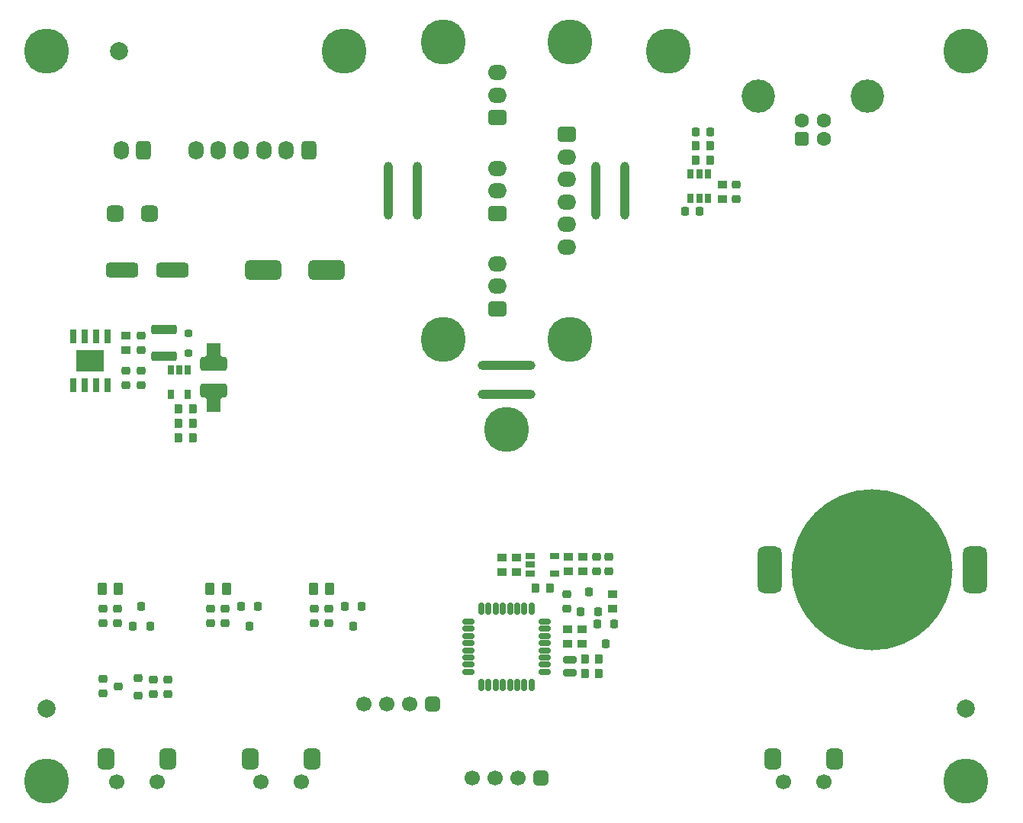
<source format=gts>
G04*
G04 #@! TF.GenerationSoftware,Altium Limited,Altium Designer,20.1.12 (249)*
G04*
G04 Layer_Color=20142*
%FSLAX25Y25*%
%MOIN*%
G70*
G04*
G04 #@! TF.SameCoordinates,1D8D0487-A391-4BDE-A0F4-8CBC614C10EB*
G04*
G04*
G04 #@! TF.FilePolarity,Negative*
G04*
G01*
G75*
%ADD15R,0.03937X0.21260*%
%ADD16R,0.03937X0.21260*%
%ADD17R,0.21260X0.03937*%
%ADD18R,0.21260X0.03937*%
G04:AMPARAMS|DCode=19|XSize=43.31mil|YSize=35.43mil|CornerRadius=9.84mil|HoleSize=0mil|Usage=FLASHONLY|Rotation=0.000|XOffset=0mil|YOffset=0mil|HoleType=Round|Shape=RoundedRectangle|*
%AMROUNDEDRECTD19*
21,1,0.04331,0.01575,0,0,0.0*
21,1,0.02362,0.03543,0,0,0.0*
1,1,0.01968,0.01181,-0.00787*
1,1,0.01968,-0.01181,-0.00787*
1,1,0.01968,-0.01181,0.00787*
1,1,0.01968,0.01181,0.00787*
%
%ADD19ROUNDEDRECTD19*%
G04:AMPARAMS|DCode=20|XSize=51.18mil|YSize=23.62mil|CornerRadius=6.89mil|HoleSize=0mil|Usage=FLASHONLY|Rotation=90.000|XOffset=0mil|YOffset=0mil|HoleType=Round|Shape=RoundedRectangle|*
%AMROUNDEDRECTD20*
21,1,0.05118,0.00984,0,0,90.0*
21,1,0.03740,0.02362,0,0,90.0*
1,1,0.01378,0.00492,0.01870*
1,1,0.01378,0.00492,-0.01870*
1,1,0.01378,-0.00492,-0.01870*
1,1,0.01378,-0.00492,0.01870*
%
%ADD20ROUNDEDRECTD20*%
G04:AMPARAMS|DCode=21|XSize=51.18mil|YSize=23.62mil|CornerRadius=6.89mil|HoleSize=0mil|Usage=FLASHONLY|Rotation=180.000|XOffset=0mil|YOffset=0mil|HoleType=Round|Shape=RoundedRectangle|*
%AMROUNDEDRECTD21*
21,1,0.05118,0.00984,0,0,180.0*
21,1,0.03740,0.02362,0,0,180.0*
1,1,0.01378,-0.01870,0.00492*
1,1,0.01378,0.01870,0.00492*
1,1,0.01378,0.01870,-0.00492*
1,1,0.01378,-0.01870,-0.00492*
%
%ADD21ROUNDEDRECTD21*%
G04:AMPARAMS|DCode=22|XSize=39.37mil|YSize=35.43mil|CornerRadius=9.84mil|HoleSize=0mil|Usage=FLASHONLY|Rotation=270.000|XOffset=0mil|YOffset=0mil|HoleType=Round|Shape=RoundedRectangle|*
%AMROUNDEDRECTD22*
21,1,0.03937,0.01575,0,0,270.0*
21,1,0.01968,0.03543,0,0,270.0*
1,1,0.01968,-0.00787,-0.00984*
1,1,0.01968,-0.00787,0.00984*
1,1,0.01968,0.00787,0.00984*
1,1,0.01968,0.00787,-0.00984*
%
%ADD22ROUNDEDRECTD22*%
%ADD23C,0.70394*%
G04:AMPARAMS|DCode=24|XSize=103.94mil|YSize=203.94mil|CornerRadius=26.97mil|HoleSize=0mil|Usage=FLASHONLY|Rotation=180.000|XOffset=0mil|YOffset=0mil|HoleType=Round|Shape=RoundedRectangle|*
%AMROUNDEDRECTD24*
21,1,0.10394,0.15000,0,0,180.0*
21,1,0.05000,0.20394,0,0,180.0*
1,1,0.05394,-0.02500,0.07500*
1,1,0.05394,0.02500,0.07500*
1,1,0.05394,0.02500,-0.07500*
1,1,0.05394,-0.02500,-0.07500*
%
%ADD24ROUNDEDRECTD24*%
%ADD25C,0.07874*%
G04:AMPARAMS|DCode=26|XSize=27.56mil|YSize=43.31mil|CornerRadius=7.87mil|HoleSize=0mil|Usage=FLASHONLY|Rotation=90.000|XOffset=0mil|YOffset=0mil|HoleType=Round|Shape=RoundedRectangle|*
%AMROUNDEDRECTD26*
21,1,0.02756,0.02756,0,0,90.0*
21,1,0.01181,0.04331,0,0,90.0*
1,1,0.01575,0.01378,0.00591*
1,1,0.01575,0.01378,-0.00591*
1,1,0.01575,-0.01378,-0.00591*
1,1,0.01575,-0.01378,0.00591*
%
%ADD26ROUNDEDRECTD26*%
G04:AMPARAMS|DCode=27|XSize=39.37mil|YSize=35.43mil|CornerRadius=9.84mil|HoleSize=0mil|Usage=FLASHONLY|Rotation=0.000|XOffset=0mil|YOffset=0mil|HoleType=Round|Shape=RoundedRectangle|*
%AMROUNDEDRECTD27*
21,1,0.03937,0.01575,0,0,0.0*
21,1,0.01968,0.03543,0,0,0.0*
1,1,0.01968,0.00984,-0.00787*
1,1,0.01968,-0.00984,-0.00787*
1,1,0.01968,-0.00984,0.00787*
1,1,0.01968,0.00984,0.00787*
%
%ADD27ROUNDEDRECTD27*%
G04:AMPARAMS|DCode=28|XSize=43.31mil|YSize=35.43mil|CornerRadius=9.84mil|HoleSize=0mil|Usage=FLASHONLY|Rotation=90.000|XOffset=0mil|YOffset=0mil|HoleType=Round|Shape=RoundedRectangle|*
%AMROUNDEDRECTD28*
21,1,0.04331,0.01575,0,0,90.0*
21,1,0.02362,0.03543,0,0,90.0*
1,1,0.01968,0.00787,0.01181*
1,1,0.01968,0.00787,-0.01181*
1,1,0.01968,-0.00787,-0.01181*
1,1,0.01968,-0.00787,0.01181*
%
%ADD28ROUNDEDRECTD28*%
G04:AMPARAMS|DCode=29|XSize=35.43mil|YSize=31.5mil|CornerRadius=8.86mil|HoleSize=0mil|Usage=FLASHONLY|Rotation=0.000|XOffset=0mil|YOffset=0mil|HoleType=Round|Shape=RoundedRectangle|*
%AMROUNDEDRECTD29*
21,1,0.03543,0.01378,0,0,0.0*
21,1,0.01772,0.03150,0,0,0.0*
1,1,0.01772,0.00886,-0.00689*
1,1,0.01772,-0.00886,-0.00689*
1,1,0.01772,-0.00886,0.00689*
1,1,0.01772,0.00886,0.00689*
%
%ADD29ROUNDEDRECTD29*%
G04:AMPARAMS|DCode=30|XSize=122.05mil|YSize=62.99mil|CornerRadius=16.73mil|HoleSize=0mil|Usage=FLASHONLY|Rotation=180.000|XOffset=0mil|YOffset=0mil|HoleType=Round|Shape=RoundedRectangle|*
%AMROUNDEDRECTD30*
21,1,0.12205,0.02953,0,0,180.0*
21,1,0.08858,0.06299,0,0,180.0*
1,1,0.03347,-0.04429,0.01476*
1,1,0.03347,0.04429,0.01476*
1,1,0.03347,0.04429,-0.01476*
1,1,0.03347,-0.04429,-0.01476*
%
%ADD30ROUNDEDRECTD30*%
G04:AMPARAMS|DCode=31|XSize=35.43mil|YSize=39.37mil|CornerRadius=9.84mil|HoleSize=0mil|Usage=FLASHONLY|Rotation=270.000|XOffset=0mil|YOffset=0mil|HoleType=Round|Shape=RoundedRectangle|*
%AMROUNDEDRECTD31*
21,1,0.03543,0.01968,0,0,270.0*
21,1,0.01575,0.03937,0,0,270.0*
1,1,0.01968,-0.00984,-0.00787*
1,1,0.01968,-0.00984,0.00787*
1,1,0.01968,0.00984,0.00787*
1,1,0.01968,0.00984,-0.00787*
%
%ADD31ROUNDEDRECTD31*%
G04:AMPARAMS|DCode=32|XSize=27.56mil|YSize=62.99mil|CornerRadius=7.87mil|HoleSize=0mil|Usage=FLASHONLY|Rotation=180.000|XOffset=0mil|YOffset=0mil|HoleType=Round|Shape=RoundedRectangle|*
%AMROUNDEDRECTD32*
21,1,0.02756,0.04724,0,0,180.0*
21,1,0.01181,0.06299,0,0,180.0*
1,1,0.01575,-0.00591,0.02362*
1,1,0.01575,0.00591,0.02362*
1,1,0.01575,0.00591,-0.02362*
1,1,0.01575,-0.00591,-0.02362*
%
%ADD32ROUNDEDRECTD32*%
%ADD33R,0.12205X0.09449*%
G04:AMPARAMS|DCode=34|XSize=114.17mil|YSize=43.31mil|CornerRadius=11.81mil|HoleSize=0mil|Usage=FLASHONLY|Rotation=180.000|XOffset=0mil|YOffset=0mil|HoleType=Round|Shape=RoundedRectangle|*
%AMROUNDEDRECTD34*
21,1,0.11417,0.01968,0,0,180.0*
21,1,0.09055,0.04331,0,0,180.0*
1,1,0.02362,-0.04528,0.00984*
1,1,0.02362,0.04528,0.00984*
1,1,0.02362,0.04528,-0.00984*
1,1,0.02362,-0.04528,-0.00984*
%
%ADD34ROUNDEDRECTD34*%
G04:AMPARAMS|DCode=35|XSize=27.56mil|YSize=43.31mil|CornerRadius=7.87mil|HoleSize=0mil|Usage=FLASHONLY|Rotation=0.000|XOffset=0mil|YOffset=0mil|HoleType=Round|Shape=RoundedRectangle|*
%AMROUNDEDRECTD35*
21,1,0.02756,0.02756,0,0,0.0*
21,1,0.01181,0.04331,0,0,0.0*
1,1,0.01575,0.00591,-0.01378*
1,1,0.01575,-0.00591,-0.01378*
1,1,0.01575,-0.00591,0.01378*
1,1,0.01575,0.00591,0.01378*
%
%ADD35ROUNDEDRECTD35*%
G04:AMPARAMS|DCode=36|XSize=35.43mil|YSize=39.37mil|CornerRadius=9.84mil|HoleSize=0mil|Usage=FLASHONLY|Rotation=180.000|XOffset=0mil|YOffset=0mil|HoleType=Round|Shape=RoundedRectangle|*
%AMROUNDEDRECTD36*
21,1,0.03543,0.01968,0,0,180.0*
21,1,0.01575,0.03937,0,0,180.0*
1,1,0.01968,-0.00787,0.00984*
1,1,0.01968,0.00787,0.00984*
1,1,0.01968,0.00787,-0.00984*
1,1,0.01968,-0.00787,-0.00984*
%
%ADD36ROUNDEDRECTD36*%
G04:AMPARAMS|DCode=37|XSize=33.47mil|YSize=59.06mil|CornerRadius=9.35mil|HoleSize=0mil|Usage=FLASHONLY|Rotation=90.000|XOffset=0mil|YOffset=0mil|HoleType=Round|Shape=RoundedRectangle|*
%AMROUNDEDRECTD37*
21,1,0.03347,0.04035,0,0,90.0*
21,1,0.01476,0.05906,0,0,90.0*
1,1,0.01870,0.02018,0.00738*
1,1,0.01870,0.02018,-0.00738*
1,1,0.01870,-0.02018,-0.00738*
1,1,0.01870,-0.02018,0.00738*
%
%ADD37ROUNDEDRECTD37*%
G04:AMPARAMS|DCode=38|XSize=55.12mil|YSize=43.31mil|CornerRadius=11.81mil|HoleSize=0mil|Usage=FLASHONLY|Rotation=270.000|XOffset=0mil|YOffset=0mil|HoleType=Round|Shape=RoundedRectangle|*
%AMROUNDEDRECTD38*
21,1,0.05512,0.01968,0,0,270.0*
21,1,0.03150,0.04331,0,0,270.0*
1,1,0.02362,-0.00984,-0.01575*
1,1,0.02362,-0.00984,0.01575*
1,1,0.02362,0.00984,0.01575*
1,1,0.02362,0.00984,-0.01575*
%
%ADD38ROUNDEDRECTD38*%
G04:AMPARAMS|DCode=39|XSize=66.93mil|YSize=141.73mil|CornerRadius=17.72mil|HoleSize=0mil|Usage=FLASHONLY|Rotation=270.000|XOffset=0mil|YOffset=0mil|HoleType=Round|Shape=RoundedRectangle|*
%AMROUNDEDRECTD39*
21,1,0.06693,0.10630,0,0,270.0*
21,1,0.03150,0.14173,0,0,270.0*
1,1,0.03543,-0.05315,-0.01575*
1,1,0.03543,-0.05315,0.01575*
1,1,0.03543,0.05315,0.01575*
1,1,0.03543,0.05315,-0.01575*
%
%ADD39ROUNDEDRECTD39*%
G04:AMPARAMS|DCode=40|XSize=86.61mil|YSize=161.42mil|CornerRadius=22.64mil|HoleSize=0mil|Usage=FLASHONLY|Rotation=270.000|XOffset=0mil|YOffset=0mil|HoleType=Round|Shape=RoundedRectangle|*
%AMROUNDEDRECTD40*
21,1,0.08661,0.11614,0,0,270.0*
21,1,0.04134,0.16142,0,0,270.0*
1,1,0.04528,-0.05807,-0.02067*
1,1,0.04528,-0.05807,0.02067*
1,1,0.04528,0.05807,0.02067*
1,1,0.04528,0.05807,-0.02067*
%
%ADD40ROUNDEDRECTD40*%
G04:AMPARAMS|DCode=41|XSize=70.87mil|YSize=74.8mil|CornerRadius=18.7mil|HoleSize=0mil|Usage=FLASHONLY|Rotation=90.000|XOffset=0mil|YOffset=0mil|HoleType=Round|Shape=RoundedRectangle|*
%AMROUNDEDRECTD41*
21,1,0.07087,0.03740,0,0,90.0*
21,1,0.03347,0.07480,0,0,90.0*
1,1,0.03740,0.01870,0.01673*
1,1,0.03740,0.01870,-0.01673*
1,1,0.03740,-0.01870,-0.01673*
1,1,0.03740,-0.01870,0.01673*
%
%ADD41ROUNDEDRECTD41*%
%ADD42O,0.08268X0.06693*%
G04:AMPARAMS|DCode=43|XSize=66.93mil|YSize=82.68mil|CornerRadius=17.72mil|HoleSize=0mil|Usage=FLASHONLY|Rotation=270.000|XOffset=0mil|YOffset=0mil|HoleType=Round|Shape=RoundedRectangle|*
%AMROUNDEDRECTD43*
21,1,0.06693,0.04724,0,0,270.0*
21,1,0.03150,0.08268,0,0,270.0*
1,1,0.03543,-0.02362,-0.01575*
1,1,0.03543,-0.02362,0.01575*
1,1,0.03543,0.02362,0.01575*
1,1,0.03543,0.02362,-0.01575*
%
%ADD43ROUNDEDRECTD43*%
%ADD44C,0.03937*%
%ADD45C,0.14567*%
%ADD46C,0.06299*%
G04:AMPARAMS|DCode=47|XSize=62.99mil|YSize=62.99mil|CornerRadius=16.73mil|HoleSize=0mil|Usage=FLASHONLY|Rotation=180.000|XOffset=0mil|YOffset=0mil|HoleType=Round|Shape=RoundedRectangle|*
%AMROUNDEDRECTD47*
21,1,0.06299,0.02953,0,0,180.0*
21,1,0.02953,0.06299,0,0,180.0*
1,1,0.03347,-0.01476,0.01476*
1,1,0.03347,0.01476,0.01476*
1,1,0.03347,0.01476,-0.01476*
1,1,0.03347,-0.01476,-0.01476*
%
%ADD47ROUNDEDRECTD47*%
%ADD48C,0.06693*%
G04:AMPARAMS|DCode=49|XSize=66.93mil|YSize=66.93mil|CornerRadius=17.72mil|HoleSize=0mil|Usage=FLASHONLY|Rotation=180.000|XOffset=0mil|YOffset=0mil|HoleType=Round|Shape=RoundedRectangle|*
%AMROUNDEDRECTD49*
21,1,0.06693,0.03150,0,0,180.0*
21,1,0.03150,0.06693,0,0,180.0*
1,1,0.03543,-0.01575,0.01575*
1,1,0.03543,0.01575,0.01575*
1,1,0.03543,0.01575,-0.01575*
1,1,0.03543,-0.01575,-0.01575*
%
%ADD49ROUNDEDRECTD49*%
G04:AMPARAMS|DCode=50|XSize=66.93mil|YSize=66.93mil|CornerRadius=17.72mil|HoleSize=0mil|Usage=FLASHONLY|Rotation=270.000|XOffset=0mil|YOffset=0mil|HoleType=Round|Shape=RoundedRectangle|*
%AMROUNDEDRECTD50*
21,1,0.06693,0.03150,0,0,270.0*
21,1,0.03150,0.06693,0,0,270.0*
1,1,0.03543,-0.01575,-0.01575*
1,1,0.03543,-0.01575,0.01575*
1,1,0.03543,0.01575,0.01575*
1,1,0.03543,0.01575,-0.01575*
%
%ADD50ROUNDEDRECTD50*%
%ADD51O,0.06693X0.08268*%
G04:AMPARAMS|DCode=52|XSize=66.93mil|YSize=82.68mil|CornerRadius=17.72mil|HoleSize=0mil|Usage=FLASHONLY|Rotation=180.000|XOffset=0mil|YOffset=0mil|HoleType=Round|Shape=RoundedRectangle|*
%AMROUNDEDRECTD52*
21,1,0.06693,0.04724,0,0,180.0*
21,1,0.03150,0.08268,0,0,180.0*
1,1,0.03543,-0.01575,0.02362*
1,1,0.03543,0.01575,0.02362*
1,1,0.03543,0.01575,-0.02362*
1,1,0.03543,-0.01575,-0.02362*
%
%ADD52ROUNDEDRECTD52*%
G04:AMPARAMS|DCode=53|XSize=74.8mil|YSize=90.55mil|CornerRadius=19.68mil|HoleSize=0mil|Usage=FLASHONLY|Rotation=180.000|XOffset=0mil|YOffset=0mil|HoleType=Round|Shape=RoundedRectangle|*
%AMROUNDEDRECTD53*
21,1,0.07480,0.05118,0,0,180.0*
21,1,0.03543,0.09055,0,0,180.0*
1,1,0.03937,-0.01772,0.02559*
1,1,0.03937,0.01772,0.02559*
1,1,0.03937,0.01772,-0.02559*
1,1,0.03937,-0.01772,-0.02559*
%
%ADD53ROUNDEDRECTD53*%
%ADD54C,0.19685*%
%ADD55C,0.02362*%
G36*
X92342Y183660D02*
X92361Y183659D01*
X92390Y183650D01*
X92399Y183647D01*
X92433Y183629D01*
X92463Y183604D01*
X92487Y183574D01*
X92506Y183540D01*
X92508Y183532D01*
X92517Y183503D01*
X92519Y183484D01*
X92521Y183465D01*
X92519Y183445D01*
X92517Y183426D01*
X92508Y183397D01*
X92506Y183389D01*
X92487Y183355D01*
X92463Y183325D01*
X91733Y182595D01*
X91733Y177362D01*
X91729Y177323D01*
X91718Y177286D01*
X91700Y177252D01*
X91675Y177222D01*
X91645Y177198D01*
X91611Y177179D01*
X91574Y177168D01*
X91535Y177164D01*
X85630Y177164D01*
X85591Y177168D01*
X85554Y177180D01*
X85520Y177198D01*
X85490Y177222D01*
X85466Y177252D01*
X85447Y177287D01*
X85436Y177324D01*
X85432Y177362D01*
X85432Y182595D01*
X84703Y183325D01*
X84703Y183325D01*
X84678Y183355D01*
X84660Y183389D01*
X84657Y183397D01*
X84649Y183426D01*
X84645Y183465D01*
X84649Y183503D01*
X84660Y183540D01*
X84678Y183574D01*
X84703Y183604D01*
X84733Y183629D01*
X84767Y183647D01*
X84804Y183659D01*
X84842Y183662D01*
X92323D01*
X92323Y183662D01*
X92342Y183660D01*
D02*
G37*
G36*
X91536Y207087D02*
X91574Y207084D01*
X91611Y207072D01*
X91645Y207054D01*
X91675Y207030D01*
X91700Y207000D01*
X91718Y206965D01*
X91729Y206928D01*
X91733Y206890D01*
X91733Y201657D01*
X92463Y200927D01*
X92463Y200927D01*
X92487Y200897D01*
X92506Y200863D01*
X92508Y200854D01*
X92517Y200826D01*
X92521Y200787D01*
X92517Y200749D01*
X92506Y200712D01*
X92487Y200677D01*
X92463Y200647D01*
X92433Y200623D01*
X92399Y200605D01*
X92361Y200593D01*
X92323Y200590D01*
X84843D01*
X84842Y200590D01*
X84823Y200591D01*
X84804Y200593D01*
X84776Y200602D01*
X84767Y200605D01*
X84733Y200623D01*
X84703Y200647D01*
X84678Y200677D01*
X84660Y200712D01*
X84657Y200720D01*
X84649Y200749D01*
X84647Y200768D01*
X84645Y200787D01*
X84647Y200807D01*
X84649Y200826D01*
X84657Y200854D01*
X84660Y200863D01*
X84678Y200897D01*
X84703Y200927D01*
X85432Y201657D01*
X85432Y206890D01*
X85436Y206928D01*
X85447Y206965D01*
X85466Y207000D01*
X85490Y207030D01*
X85520Y207054D01*
X85554Y207073D01*
X85591Y207084D01*
X85630Y207088D01*
X91536Y207087D01*
D02*
G37*
D15*
X177559Y273622D02*
D03*
X255512Y273622D02*
D03*
D16*
X164961Y273622D02*
D03*
X268110Y273622D02*
D03*
D17*
X216535Y197244D02*
D03*
D18*
X216535Y184646D02*
D03*
D19*
X249606Y75590D02*
D03*
Y81890D02*
D03*
X243307Y75590D02*
D03*
Y81890D02*
D03*
X50394Y203937D02*
D03*
Y210236D02*
D03*
X250000Y107480D02*
D03*
Y113779D02*
D03*
X243701Y107480D02*
D03*
Y113779D02*
D03*
X220866Y107087D02*
D03*
Y113386D02*
D03*
X214567Y107087D02*
D03*
Y113386D02*
D03*
X262992Y97244D02*
D03*
Y90945D02*
D03*
X311024Y276378D02*
D03*
Y270079D02*
D03*
D20*
X208662Y91142D02*
D03*
X224410D02*
D03*
X208662Y57678D02*
D03*
X224410D02*
D03*
X205512Y91142D02*
D03*
X214961D02*
D03*
X211811D02*
D03*
X221260D02*
D03*
X218111D02*
D03*
X227559D02*
D03*
X205512Y57678D02*
D03*
X211811D02*
D03*
X214961D02*
D03*
X218111D02*
D03*
X221260D02*
D03*
X227559D02*
D03*
D21*
X199803Y82284D02*
D03*
X233268D02*
D03*
X199803Y66536D02*
D03*
X233268D02*
D03*
X199803Y85433D02*
D03*
X233268D02*
D03*
X199803Y79134D02*
D03*
Y75985D02*
D03*
X233268D02*
D03*
Y79134D02*
D03*
X199803Y72835D02*
D03*
Y69685D02*
D03*
X233268D02*
D03*
Y72835D02*
D03*
X199803Y63386D02*
D03*
X233268D02*
D03*
D22*
X300787Y264567D02*
D03*
X294488D02*
D03*
X305512Y299213D02*
D03*
X299213D02*
D03*
D23*
X376378Y107874D02*
D03*
D24*
X421260D02*
D03*
X331496D02*
D03*
D25*
X417323Y47244D02*
D03*
X15748D02*
D03*
X47244Y334646D02*
D03*
D26*
X226969Y113976D02*
D03*
Y110236D02*
D03*
Y106496D02*
D03*
X237598D02*
D03*
Y113976D02*
D03*
D27*
X50394Y194882D02*
D03*
Y188583D02*
D03*
X57087Y194882D02*
D03*
Y188583D02*
D03*
Y210236D02*
D03*
Y203937D02*
D03*
X68504Y59842D02*
D03*
Y53543D02*
D03*
X62205D02*
D03*
Y59842D02*
D03*
X40157Y60236D02*
D03*
Y53937D02*
D03*
X261417Y113779D02*
D03*
Y107480D02*
D03*
X242913Y90945D02*
D03*
Y97244D02*
D03*
X255906Y113779D02*
D03*
Y107480D02*
D03*
X40157Y84646D02*
D03*
Y90945D02*
D03*
X46457Y84646D02*
D03*
Y90945D02*
D03*
X93701Y84646D02*
D03*
Y90945D02*
D03*
X87402Y84646D02*
D03*
Y90945D02*
D03*
X138976Y84646D02*
D03*
Y90945D02*
D03*
X132677Y84646D02*
D03*
Y90945D02*
D03*
X316929Y270079D02*
D03*
Y276378D02*
D03*
D28*
X73228Y172047D02*
D03*
X79527D02*
D03*
X73228Y165748D02*
D03*
X79527D02*
D03*
Y178347D02*
D03*
X73228D02*
D03*
X229134Y100000D02*
D03*
X235433D02*
D03*
X257087Y68898D02*
D03*
X250787D02*
D03*
X257087Y62598D02*
D03*
X250787D02*
D03*
X299213Y293307D02*
D03*
X305512D02*
D03*
X299213Y287008D02*
D03*
X305512D02*
D03*
D29*
X77559Y211417D02*
D03*
Y202756D02*
D03*
D30*
X88583Y186221D02*
D03*
Y198031D02*
D03*
D31*
X46850Y56890D02*
D03*
X55512Y60630D02*
D03*
Y53150D02*
D03*
D32*
X42146Y209981D02*
D03*
X37146D02*
D03*
X32146D02*
D03*
X27146D02*
D03*
X42146Y188721D02*
D03*
X37146D02*
D03*
X32146D02*
D03*
X27146D02*
D03*
D33*
X34646Y199350D02*
D03*
D34*
X66929Y201181D02*
D03*
Y212992D02*
D03*
D35*
X77362Y195276D02*
D03*
X73622D02*
D03*
X69882D02*
D03*
Y184646D02*
D03*
X77362D02*
D03*
X300787Y270276D02*
D03*
X304528D02*
D03*
X297047D02*
D03*
Y280906D02*
D03*
X300787D02*
D03*
X304528D02*
D03*
D36*
X249016Y89764D02*
D03*
X256496D02*
D03*
X252756Y98425D02*
D03*
X259843Y75591D02*
D03*
X256102Y84252D02*
D03*
X263583D02*
D03*
X57086Y92126D02*
D03*
X60827Y83464D02*
D03*
X53346D02*
D03*
X104331Y83465D02*
D03*
X100591Y92126D02*
D03*
X108071D02*
D03*
X149606Y83465D02*
D03*
X145866Y92126D02*
D03*
X153347D02*
D03*
D37*
X244094Y62894D02*
D03*
Y68602D02*
D03*
D38*
X46851Y99606D02*
D03*
X39764D02*
D03*
X94095Y99606D02*
D03*
X87008D02*
D03*
X139370Y99606D02*
D03*
X132284D02*
D03*
D39*
X48425Y238976D02*
D03*
X70472D02*
D03*
D40*
X110236D02*
D03*
X137795D02*
D03*
D41*
X60630Y263779D02*
D03*
X45669D02*
D03*
D42*
X242913Y249016D02*
D03*
Y288386D02*
D03*
Y278543D02*
D03*
Y258858D02*
D03*
Y268701D02*
D03*
X212598Y273622D02*
D03*
Y283465D02*
D03*
X212598Y231890D02*
D03*
Y241732D02*
D03*
X212598Y325197D02*
D03*
Y315354D02*
D03*
D43*
X242913Y298228D02*
D03*
X212598Y263779D02*
D03*
X212598Y222047D02*
D03*
X212598Y305512D02*
D03*
D44*
X164961Y284252D02*
D03*
X177559Y284252D02*
D03*
Y280709D02*
D03*
Y266535D02*
D03*
Y273622D02*
D03*
Y262992D02*
D03*
Y270079D02*
D03*
Y277165D02*
D03*
X164961Y280709D02*
D03*
Y266535D02*
D03*
Y273622D02*
D03*
Y262992D02*
D03*
Y270079D02*
D03*
Y277165D02*
D03*
X220079Y197244D02*
D03*
X212992D02*
D03*
X205906D02*
D03*
X216535D02*
D03*
X209449D02*
D03*
X223622D02*
D03*
X220079Y184646D02*
D03*
X212992D02*
D03*
X205906D02*
D03*
X216535D02*
D03*
X209449D02*
D03*
X223622D02*
D03*
X227165D02*
D03*
X227165Y197244D02*
D03*
X268110Y270079D02*
D03*
Y277165D02*
D03*
Y284252D02*
D03*
Y273622D02*
D03*
Y280709D02*
D03*
Y266535D02*
D03*
X255512Y270079D02*
D03*
Y277165D02*
D03*
Y284252D02*
D03*
Y273622D02*
D03*
Y280709D02*
D03*
Y266535D02*
D03*
Y262992D02*
D03*
X268110Y262992D02*
D03*
D45*
X326693Y315000D02*
D03*
X374095D02*
D03*
D46*
X345472Y304331D02*
D03*
X355315Y296457D02*
D03*
Y304331D02*
D03*
D47*
X345472Y296457D02*
D03*
D48*
X211535Y17126D02*
D03*
X221535D02*
D03*
X201535D02*
D03*
X174292Y49213D02*
D03*
X164292D02*
D03*
X154292D02*
D03*
X355315Y15354D02*
D03*
X337598D02*
D03*
X63976D02*
D03*
X46260D02*
D03*
X126969D02*
D03*
X109252D02*
D03*
D49*
X231535Y17126D02*
D03*
D50*
X184292Y49213D02*
D03*
D51*
X80905Y291339D02*
D03*
X120276D02*
D03*
X110433D02*
D03*
X90748D02*
D03*
X100591D02*
D03*
X48228D02*
D03*
D52*
X130118D02*
D03*
X58071D02*
D03*
D53*
X359842Y25197D02*
D03*
X333071D02*
D03*
X68504D02*
D03*
X41732D02*
D03*
X131496D02*
D03*
X104724D02*
D03*
D54*
X216535Y169291D02*
D03*
X417323Y334646D02*
D03*
X287402D02*
D03*
X145669D02*
D03*
X244094Y208661D02*
D03*
X188976D02*
D03*
X244094Y338583D02*
D03*
X188976D02*
D03*
X15748Y15748D02*
D03*
X417323D02*
D03*
X15748Y334646D02*
D03*
D55*
X29921Y196792D02*
D03*
X39370Y201910D02*
D03*
X29921D02*
D03*
X39370Y196792D02*
D03*
X34645D02*
D03*
Y201910D02*
D03*
M02*

</source>
